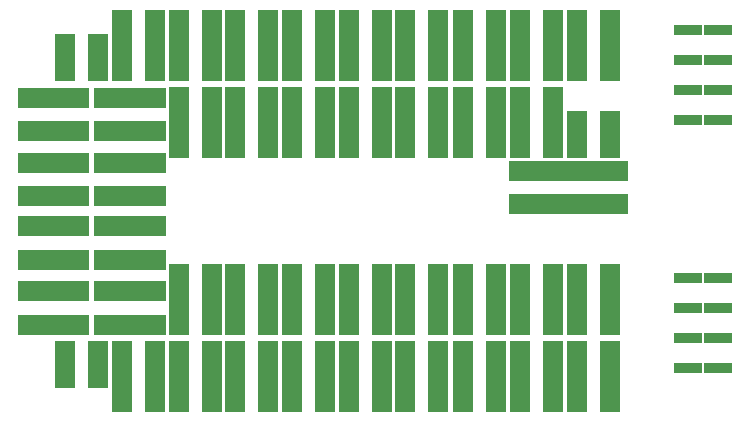
<source format=gts>
G04*
G04 #@! TF.GenerationSoftware,Altium Limited,Altium Designer,18.1.7 (191)*
G04*
G04 Layer_Color=8388736*
%FSLAX44Y44*%
%MOMM*%
G71*
G01*
G75*
%ADD15R,1.8032X2.0032*%
%ADD16R,2.0032X1.8032*%
%ADD17R,2.4932X0.9632*%
D15*
X-86000Y55000D02*
D03*
X-58000D02*
D03*
X-10000Y75000D02*
D03*
X-38000D02*
D03*
X231000Y-120000D02*
D03*
X203000D02*
D03*
X231000Y-140000D02*
D03*
X203000D02*
D03*
X231000Y-160000D02*
D03*
X203000D02*
D03*
X183000Y-55000D02*
D03*
X155000D02*
D03*
X183000Y-75000D02*
D03*
X155000D02*
D03*
X183000Y-95000D02*
D03*
X155000D02*
D03*
X231000Y-55000D02*
D03*
X203000D02*
D03*
X231000Y-75000D02*
D03*
X203000D02*
D03*
X231001Y-95002D02*
D03*
X203001D02*
D03*
X231000Y75000D02*
D03*
X203000D02*
D03*
X231000Y54998D02*
D03*
X203000D02*
D03*
X155000Y55000D02*
D03*
X183000D02*
D03*
X155000Y75000D02*
D03*
X183000D02*
D03*
X155000Y95000D02*
D03*
X183000D02*
D03*
X135000Y-55000D02*
D03*
X107000D02*
D03*
X135000Y-75000D02*
D03*
X107000D02*
D03*
X135000Y-95000D02*
D03*
X107000D02*
D03*
X86000Y-55000D02*
D03*
X58000D02*
D03*
X86000Y-75000D02*
D03*
X58000D02*
D03*
X86000Y-95000D02*
D03*
X58000D02*
D03*
X38000Y-55000D02*
D03*
X10000D02*
D03*
X38000Y-75000D02*
D03*
X10000D02*
D03*
X38001Y-95003D02*
D03*
X10001D02*
D03*
X-10000Y-55000D02*
D03*
X-38000D02*
D03*
X-10000Y-75000D02*
D03*
X-38000D02*
D03*
X-9999Y-95002D02*
D03*
X-37999D02*
D03*
X-58000Y-55000D02*
D03*
X-86000D02*
D03*
X-58000Y-75000D02*
D03*
X-86000D02*
D03*
X-57999Y-95002D02*
D03*
X-85999D02*
D03*
X-106000Y-55000D02*
D03*
X-134000D02*
D03*
X-106000Y-75000D02*
D03*
X-134000D02*
D03*
X-105999Y-95002D02*
D03*
X-133999D02*
D03*
X-106000Y95000D02*
D03*
X-134000D02*
D03*
X-106000Y75000D02*
D03*
X-134000D02*
D03*
X-105999Y54999D02*
D03*
X-133999D02*
D03*
X-58000Y95000D02*
D03*
X-86000D02*
D03*
X-58000Y75000D02*
D03*
X-86000D02*
D03*
X-10000Y95000D02*
D03*
X-38000D02*
D03*
X-10000Y55000D02*
D03*
X-38000D02*
D03*
X38000Y95000D02*
D03*
X10000D02*
D03*
X38000Y75000D02*
D03*
X10000D02*
D03*
X38000Y55000D02*
D03*
X10000D02*
D03*
X86000Y95000D02*
D03*
X58000D02*
D03*
X86000Y75000D02*
D03*
X58000D02*
D03*
X86000Y55000D02*
D03*
X58000D02*
D03*
X135000Y95000D02*
D03*
X107000D02*
D03*
X135000Y75000D02*
D03*
X107000D02*
D03*
X135001Y54998D02*
D03*
X107001D02*
D03*
X183000Y-120000D02*
D03*
X155000D02*
D03*
X183000Y-140000D02*
D03*
X155000D02*
D03*
X183001Y-160001D02*
D03*
X155001D02*
D03*
X135000Y-120000D02*
D03*
X107000D02*
D03*
X135000Y-140000D02*
D03*
X107000D02*
D03*
X135001Y-160002D02*
D03*
X107001D02*
D03*
X86000Y-120000D02*
D03*
X58000D02*
D03*
X86000Y-140000D02*
D03*
X58000D02*
D03*
X86000Y-160000D02*
D03*
X58000D02*
D03*
X38000Y-120000D02*
D03*
X10000D02*
D03*
X38000Y-140000D02*
D03*
X10000D02*
D03*
X38001Y-160002D02*
D03*
X10001D02*
D03*
X-10000Y-120000D02*
D03*
X-38000D02*
D03*
X-10000Y-140000D02*
D03*
X-38000D02*
D03*
X-10000Y-160000D02*
D03*
X-38000D02*
D03*
X-58000Y-120000D02*
D03*
X-86000D02*
D03*
X-58000Y-140000D02*
D03*
X-86000D02*
D03*
X-58000Y-160000D02*
D03*
X-86000D02*
D03*
X-106000Y-120000D02*
D03*
X-134000D02*
D03*
X-106000Y-140000D02*
D03*
X-134000D02*
D03*
X-106000Y-160000D02*
D03*
X-134000D02*
D03*
X-154000Y-120000D02*
D03*
X-182000D02*
D03*
X-154000Y-140000D02*
D03*
X-182000D02*
D03*
X-154000Y-160000D02*
D03*
X-182000D02*
D03*
X-202000Y-120000D02*
D03*
X-230000D02*
D03*
X-202000Y-140000D02*
D03*
X-230000D02*
D03*
X-10000Y120000D02*
D03*
X-38000D02*
D03*
X-154001Y160002D02*
D03*
X-182001D02*
D03*
X-154000Y140000D02*
D03*
X-182000D02*
D03*
X-58000Y120000D02*
D03*
X-86000D02*
D03*
X-202000Y140000D02*
D03*
X-230000D02*
D03*
X38000Y120000D02*
D03*
X10000D02*
D03*
X-106000Y160000D02*
D03*
X-134000D02*
D03*
X-106000Y140000D02*
D03*
X-134000D02*
D03*
X86000Y120000D02*
D03*
X58000D02*
D03*
X-58000Y160000D02*
D03*
X-86000D02*
D03*
X-58000Y140000D02*
D03*
X-86000D02*
D03*
X38000Y160000D02*
D03*
X10000D02*
D03*
X38000Y140000D02*
D03*
X10000D02*
D03*
X183000Y120000D02*
D03*
X155000D02*
D03*
X-10000Y140000D02*
D03*
X-38000D02*
D03*
X135000Y120000D02*
D03*
X107000D02*
D03*
X-10000Y160000D02*
D03*
X-38000D02*
D03*
X86000Y140000D02*
D03*
X58000D02*
D03*
X-106000Y120000D02*
D03*
X-134000D02*
D03*
X135000Y160000D02*
D03*
X107000D02*
D03*
X135000Y140000D02*
D03*
X107000D02*
D03*
X86000Y160000D02*
D03*
X58000D02*
D03*
X231000Y120000D02*
D03*
X203000D02*
D03*
X-154000D02*
D03*
X-182000D02*
D03*
X183000Y160000D02*
D03*
X155000D02*
D03*
X-202000Y120000D02*
D03*
X-230000D02*
D03*
X183000Y140000D02*
D03*
X155000D02*
D03*
X231000Y160002D02*
D03*
X203000D02*
D03*
X231000Y140000D02*
D03*
X203000D02*
D03*
D16*
X196000Y6000D02*
D03*
Y34000D02*
D03*
X176000Y6000D02*
D03*
Y34000D02*
D03*
X156000Y6000D02*
D03*
Y34000D02*
D03*
X-155000Y-96000D02*
D03*
Y-68000D02*
D03*
X-175000Y-96000D02*
D03*
Y-68000D02*
D03*
X-195002Y-96001D02*
D03*
Y-68001D02*
D03*
X-155000Y68000D02*
D03*
Y96000D02*
D03*
X-175000Y68000D02*
D03*
Y96000D02*
D03*
X-195002Y67999D02*
D03*
Y95999D02*
D03*
X-155000Y-41000D02*
D03*
Y-13000D02*
D03*
X-175000Y-41000D02*
D03*
Y-13000D02*
D03*
X-195001Y-41001D02*
D03*
Y-13001D02*
D03*
X-155000Y13000D02*
D03*
Y41000D02*
D03*
X-175000Y13000D02*
D03*
Y41000D02*
D03*
X-195000Y13000D02*
D03*
Y41000D02*
D03*
X216000Y34000D02*
D03*
Y6000D02*
D03*
X-220000Y-41000D02*
D03*
Y-13000D02*
D03*
X-240000Y-41000D02*
D03*
Y-13000D02*
D03*
X-260000Y-41000D02*
D03*
Y-13000D02*
D03*
X-220000Y13000D02*
D03*
Y41000D02*
D03*
X-240000Y13000D02*
D03*
Y41000D02*
D03*
X-260000Y13000D02*
D03*
Y41000D02*
D03*
X-220000Y-96000D02*
D03*
Y-68000D02*
D03*
X-240000Y-96000D02*
D03*
Y-68000D02*
D03*
X-260000Y-96000D02*
D03*
Y-68000D02*
D03*
Y68000D02*
D03*
Y96000D02*
D03*
X-240000Y68000D02*
D03*
Y96000D02*
D03*
X-220000Y68000D02*
D03*
Y96000D02*
D03*
X236000Y34000D02*
D03*
Y6000D02*
D03*
D17*
X297300Y153100D02*
D03*
X322700D02*
D03*
X297300Y127700D02*
D03*
X322700D02*
D03*
X297300Y102300D02*
D03*
X322700D02*
D03*
X297300Y76900D02*
D03*
X322700D02*
D03*
Y-133100D02*
D03*
X297300D02*
D03*
X322700Y-107700D02*
D03*
X297300D02*
D03*
X322700Y-82300D02*
D03*
X297300D02*
D03*
X322700Y-56900D02*
D03*
X297300D02*
D03*
M02*

</source>
